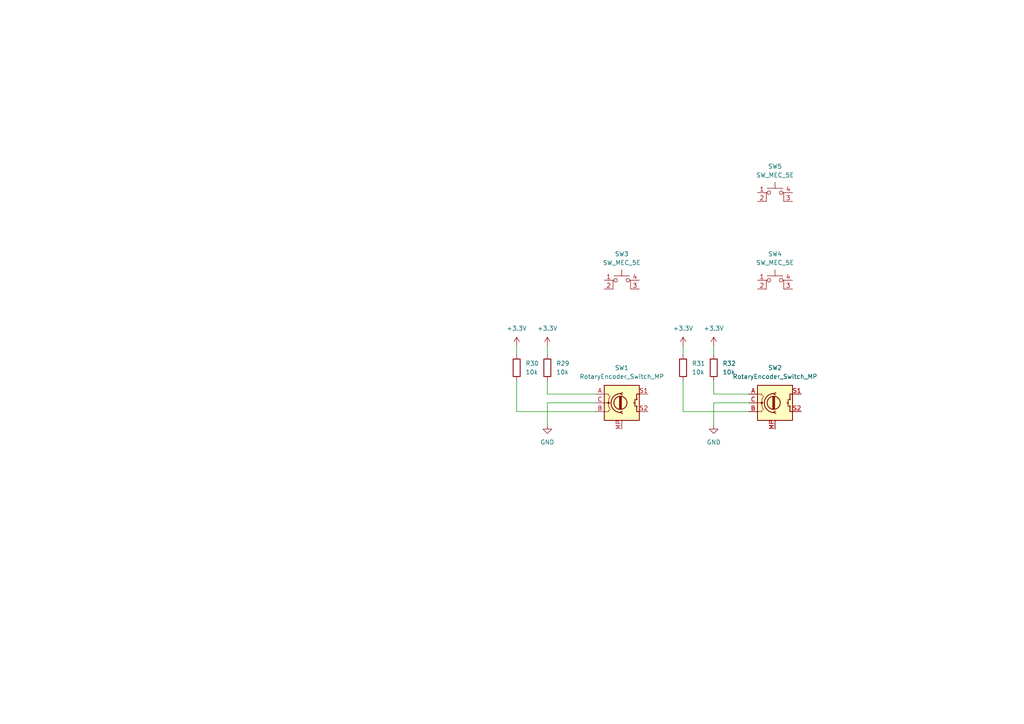
<source format=kicad_sch>
(kicad_sch (version 20250114) (generator "eeschema") (generator_version "9.0")
  (paper "A4")
  (lib_symbols
    (symbol "Device:R" (pin_numbers (hide yes)) (pin_names (offset 0))
      (property "Reference" "R" (at 2.032 0 90))
      (property "Value" "R" (at 0 0 90))
      (symbol "R_0_1"
        (rectangle (start -1.016 -2.54) (end 1.016 2.54) (stroke (width 0.254)))
      )
      (symbol "R_1_1"
        (pin passive line (at 0 3.81 270) (length 1.27) (name "~") (number "1"))
        (pin passive line (at 0 -3.81 90) (length 1.27) (name "~") (number "2"))
      )
    )
    (symbol "Device:RotaryEncoder_Switch_MP" (pin_names (offset 0.254) (hide yes))
      (property "Reference" "SW" (at 0 8.89 0))
      (property "Value" "RotaryEncoder_Switch_MP" (at 0 6.35 0))
      (symbol "RotaryEncoder_Switch_MP_0_1"
        (rectangle (start -5.08 5.08) (end 5.08 -5.08) (stroke (width 0.254)) (fill (type background)))
        (polyline (pts (xy -5.08 2.54) (xy -3.81 2.54) (xy -3.81 2.032)))
        (polyline (pts (xy -5.08 0) (xy -3.81 0) (xy -3.81 -1.016) (xy -3.302 -2.032)))
        (polyline (pts (xy -5.08 -2.54) (xy -3.81 -2.54) (xy -3.81 -2.032)))
        (polyline (pts (xy -4.318 0) (xy -3.81 0) (xy -3.81 1.016) (xy -3.302 2.032)))
        (circle (center -3.81 0) (radius 0.254) (fill (type outline)))
        (polyline (pts (xy -0.635 -1.778) (xy -0.635 1.778)) (stroke (width 0.254)))
        (circle (center -0.381 0) (radius 1.905) (stroke (width 0.254)))
        (polyline (pts (xy -0.381 -1.778) (xy -0.381 1.778)) (stroke (width 0.254)))
        (arc (start -0.381 -2.794) (mid -3.0988 -0.0635) (end -0.381 2.667) (stroke (width 0.254)))
        (polyline (pts (xy -0.127 1.778) (xy -0.127 -1.778)) (stroke (width 0.254)))
        (polyline (pts (xy 0.254 2.921) (xy -0.508 2.667) (xy 0.127 2.286)) (stroke (width 0.254)))
        (polyline (pts (xy 0.254 -3.048) (xy -0.508 -2.794) (xy 0.127 -2.413)) (stroke (width 0.254)))
        (polyline (pts (xy 3.81 1.016) (xy 3.81 -1.016)) (stroke (width 0.254)))
        (polyline (pts (xy 3.81 0) (xy 3.429 0)) (stroke (width 0.254)))
        (circle (center 4.318 1.016) (radius 0.127) (stroke (width 0.254)))
        (circle (center 4.318 -1.016) (radius 0.127) (stroke (width 0.254)))
        (polyline (pts (xy 5.08 2.54) (xy 4.318 2.54) (xy 4.318 1.016)) (stroke (width 0.254)))
        (polyline (pts (xy 5.08 -2.54) (xy 4.318 -2.54) (xy 4.318 -1.016)) (stroke (width 0.254)))
      )
      (symbol "RotaryEncoder_Switch_MP_1_1"
        (pin passive line (at -7.62 2.54 0) (length 2.54) (name "A") (number "A"))
        (pin passive line (at -7.62 0 0) (length 2.54) (name "C") (number "C"))
        (pin passive line (at -7.62 -2.54 0) (length 2.54) (name "B") (number "B"))
        (pin passive line (at 0 -7.62 90) (length 2.54) (name "MP") (number "MP"))
        (pin passive line (at 7.62 2.54 180) (length 2.54) (name "S1") (number "S1"))
        (pin passive line (at 7.62 -2.54 180) (length 2.54) (name "S2") (number "S2"))
      )
    )
    (symbol "Switch:SW_MEC_5E" (pin_names (offset 1.016) (hide yes))
      (property "Reference" "SW" (at 0.635 5.715 0))
      (property "Value" "SW_MEC_5E" (at 0 -3.175 0))
      (symbol "SW_MEC_5E_0_1"
        (polyline (pts (xy -2.54 0) (xy -2.54 2.54) (xy -2.286 2.54)))
        (polyline (pts (xy -2.286 3.81) (xy 2.286 3.81)))
        (circle (center -1.778 2.54) (radius 0.508))
        (polyline (pts (xy 0 3.81) (xy 0 5.588)))
        (circle (center 1.778 2.54) (radius 0.508))
        (polyline (pts (xy 2.54 0) (xy 2.54 2.54) (xy 2.286 2.54)))
        (pin passive line (at -5.08 2.54 0) (length 2.54) (name "1") (number "1"))
        (pin passive line (at -5.08 0 0) (length 2.54) (name "2") (number "2"))
        (pin passive line (at 5.08 2.54 180) (length 2.54) (name "A") (number "4"))
        (pin passive line (at 5.08 0 180) (length 2.54) (name "K") (number "3"))
      )
    )
    (symbol "power:+3.3V" (power) (pin_numbers (hide yes)) (pin_names (offset 0) (hide yes))
      (property "Value" "+3.3V" (at 0 3.556 0))
      (symbol "+3.3V_0_1"
        (polyline (pts (xy -0.762 1.27) (xy 0 2.54)))
        (polyline (pts (xy 0 2.54) (xy 0.762 1.27)))
        (polyline (pts (xy 0 0) (xy 0 2.54)))
      )
      (symbol "+3.3V_1_1"
        (pin power_in line (at 0 0 90) (length 0) (name "~") (number "1"))
      )
    )
    (symbol "power:GND" (power) (pin_numbers (hide yes)) (pin_names (offset 0) (hide yes))
      (property "Value" "GND" (at 0 -3.81 0))
      (symbol "GND_0_1"
        (polyline (pts (xy 0 0) (xy 0 -1.27) (xy 1.27 -1.27) (xy 0 -2.54) (xy -1.27 -1.27) (xy 0 -1.27)))
      )
      (symbol "GND_1_1"
        (pin power_in line (at 0 0 270) (length 0) (name "~") (number "1"))
      )
    )
  )
  (wire (pts (xy 207.01 116.84) (xy 207.01 123.19)))
  (wire (pts (xy 158.75 114.3) (xy 172.72 114.3)))
  (wire (pts (xy 217.17 116.84) (xy 207.01 116.84)))
  (wire (pts (xy 158.75 100.33) (xy 158.75 102.87)))
  (wire (pts (xy 149.86 100.33) (xy 149.86 102.87)))
  (wire (pts (xy 198.12 100.33) (xy 198.12 102.87)))
  (wire (pts (xy 158.75 110.49) (xy 158.75 114.3)))
  (wire (pts (xy 207.01 114.3) (xy 207.01 110.49)))
  (wire (pts (xy 198.12 119.38) (xy 198.12 110.49)))
  (wire (pts (xy 217.17 119.38) (xy 198.12 119.38)))
  (wire (pts (xy 217.17 114.3) (xy 207.01 114.3)))
  (wire (pts (xy 172.72 119.38) (xy 149.86 119.38)))
  (wire (pts (xy 172.72 116.84) (xy 158.75 116.84)))
  (wire (pts (xy 158.75 116.84) (xy 158.75 123.19)))
  (wire (pts (xy 149.86 119.38) (xy 149.86 110.49)))
  (wire (pts (xy 207.01 100.33) (xy 207.01 102.87)))
  (symbol (lib_id "Device:R") (at 207.01 106.68 0) (unit 1)
    (property "Reference" "R32" (at 209.55 105.4099 0) (effects (justify left)))
    (property "Value" "10k" (at 209.55 107.9499 0) (effects (justify left)))
    (property "Description" "Resistor" (effects (hide yes)))
  )
  (symbol (lib_id "Device:RotaryEncoder_Switch_MP") (at 180.34 116.84 0) (unit 1)
    (property "Reference" "SW1" (at 180.34 106.68 0))
    (property "Value" "RotaryEncoder_Switch_MP" (at 180.34 109.22 0))
    (property "Footprint" "Rotary_Encoder:RotaryEncoder_Alps_EC11E-Switch_Vertical_H20mm_MountingHoles" (effects (hide yes)))
    (property "Description" "Rotary encoder, dual channel, incremental quadrate outputs, with switch and MP Pin" (effects (hide yes)))
  )
  (symbol (lib_id "power:+3.3V") (at 149.86 100.33 0) (unit 1)
    (property "Reference" "#PWR051" (effects (hide yes)))
    (property "Value" "+3.3V" (at 149.86 95.25 0))
    (property "Description" "Power symbol creates a global label with name \"+3.3V\"" (effects (hide yes)))
  )
  (symbol (lib_id "Device:R") (at 198.12 106.68 0) (unit 1)
    (property "Reference" "R31" (at 200.66 105.4099 0) (effects (justify left)))
    (property "Value" "10k" (at 200.66 107.9499 0) (effects (justify left)))
    (property "Description" "Resistor" (effects (hide yes)))
  )
  (symbol (lib_id "Device:R") (at 149.86 106.68 0) (unit 1)
    (property "Reference" "R30" (at 152.4 105.4099 0) (effects (justify left)))
    (property "Value" "10k" (at 152.4 107.9499 0) (effects (justify left)))
    (property "Description" "Resistor" (effects (hide yes)))
  )
  (symbol (lib_id "power:GND") (at 207.01 123.19 0) (unit 1)
    (property "Reference" "#PWR067" (effects (hide yes)))
    (property "Value" "GND" (at 207.01 128.27 0))
    (property "Description" "Power symbol creates a global label with name \"GND\" , ground" (effects (hide yes)))
  )
  (symbol (lib_id "Switch:SW_MEC_5E") (at 224.79 58.42 0) (unit 1)
    (property "Reference" "SW5" (at 224.79 48.26 0))
    (property "Value" "SW_MEC_5E" (at 224.79 50.8 0))
    (property "Footprint" "Button_Switch_SMD:SW_SPST_CK_KMS2xxGP" (effects (hide yes)))
    (property "Datasheet" "http://www.apem.com/int/index.php?controller=attachment&id_attachment=1371" (effects (hide yes)))
    (property "Description" "MEC 5E single pole normally-open tactile switch" (effects (hide yes)))
  )
  (symbol (lib_id "power:+3.3V") (at 207.01 100.33 0) (unit 1)
    (property "Reference" "#PWR065" (effects (hide yes)))
    (property "Value" "+3.3V" (at 207.01 95.25 0))
    (property "Description" "Power symbol creates a global label with name \"+3.3V\"" (effects (hide yes)))
  )
  (symbol (lib_id "Switch:SW_MEC_5E") (at 180.34 83.82 0) (unit 1)
    (property "Reference" "SW3" (at 180.34 73.66 0))
    (property "Value" "SW_MEC_5E" (at 180.34 76.2 0))
    (property "Footprint" "Button_Switch_SMD:SW_SPST_CK_KMS2xxGP" (effects (hide yes)))
    (property "Datasheet" "http://www.apem.com/int/index.php?controller=attachment&id_attachment=1371" (effects (hide yes)))
    (property "Description" "MEC 5E single pole normally-open tactile switch" (effects (hide yes)))
  )
  (symbol (lib_id "Device:RotaryEncoder_Switch_MP") (at 224.79 116.84 0) (unit 1)
    (property "Reference" "SW2" (at 224.79 106.68 0))
    (property "Value" "RotaryEncoder_Switch_MP" (at 224.79 109.22 0))
    (property "Footprint" "Rotary_Encoder:RotaryEncoder_Alps_EC11E-Switch_Vertical_H20mm_MountingHoles" (effects (hide yes)))
    (property "Description" "Rotary encoder, dual channel, incremental quadrate outputs, with switch and MP Pin" (effects (hide yes)))
  )
  (symbol (lib_id "power:+3.3V") (at 158.75 100.33 0) (unit 1)
    (property "Reference" "#PWR063" (effects (hide yes)))
    (property "Value" "+3.3V" (at 158.75 95.25 0))
    (property "Description" "Power symbol creates a global label with name \"+3.3V\"" (effects (hide yes)))
  )
  (symbol (lib_id "power:+3.3V") (at 198.12 100.33 0) (unit 1)
    (property "Reference" "#PWR064" (effects (hide yes)))
    (property "Value" "+3.3V" (at 198.12 95.25 0))
    (property "Description" "Power symbol creates a global label with name \"+3.3V\"" (effects (hide yes)))
  )
  (symbol (lib_id "power:GND") (at 158.75 123.19 0) (unit 1)
    (property "Reference" "#PWR066" (effects (hide yes)))
    (property "Value" "GND" (at 158.75 128.27 0))
    (property "Description" "Power symbol creates a global label with name \"GND\" , ground" (effects (hide yes)))
  )
  (symbol (lib_id "Switch:SW_MEC_5E") (at 224.79 83.82 0) (unit 1)
    (property "Reference" "SW4" (at 224.79 73.66 0))
    (property "Value" "SW_MEC_5E" (at 224.79 76.2 0))
    (property "Footprint" "Button_Switch_SMD:SW_SPST_CK_KMS2xxGP" (effects (hide yes)))
    (property "Datasheet" "http://www.apem.com/int/index.php?controller=attachment&id_attachment=1371" (effects (hide yes)))
    (property "Description" "MEC 5E single pole normally-open tactile switch" (effects (hide yes)))
  )
  (symbol (lib_id "Device:R") (at 158.75 106.68 0) (unit 1)
    (property "Reference" "R29" (at 161.29 105.4099 0) (effects (justify left)))
    (property "Value" "10k" (at 161.29 107.9499 0) (effects (justify left)))
    (property "Description" "Resistor" (effects (hide yes)))
  )
)
</source>
